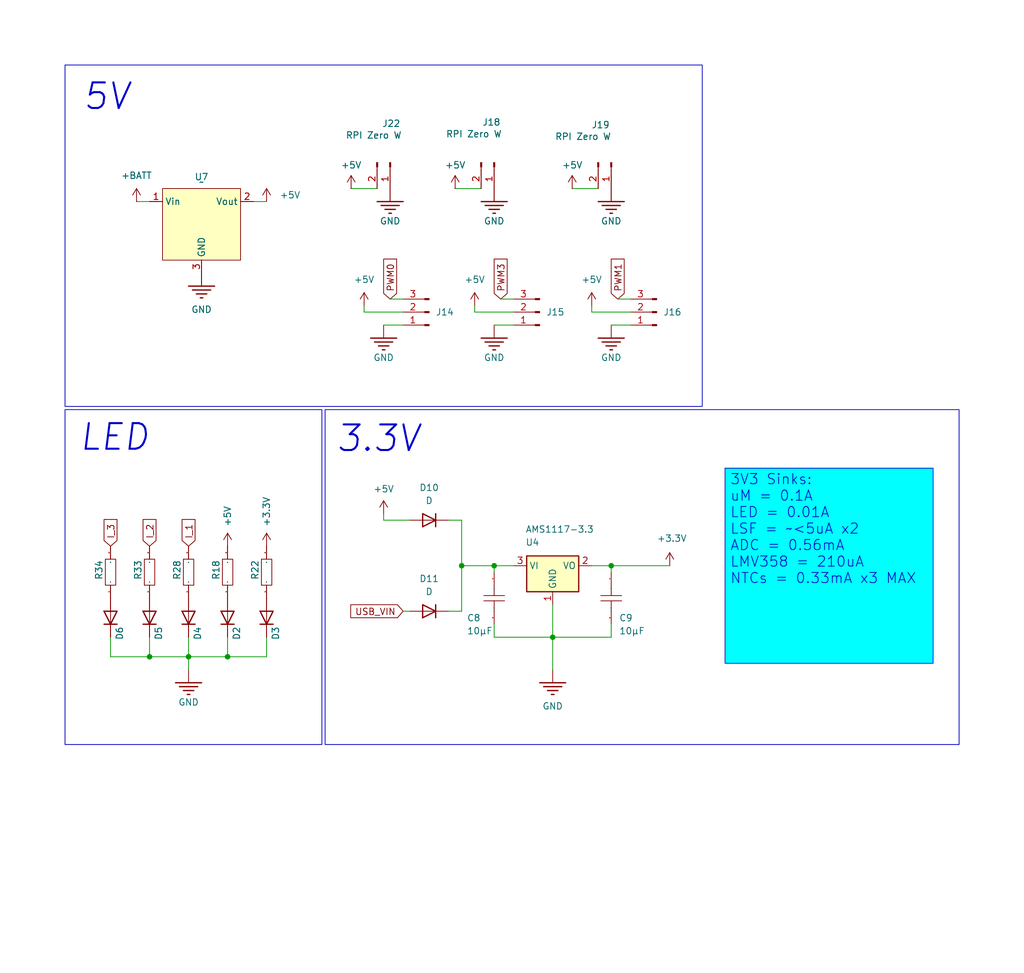
<source format=kicad_sch>
(kicad_sch (version 20250114) (generator "eeschema") (generator_version "9.0")
  (paper "User" 200 190)
  (lib_symbols
    (symbol "Connector:Conn_01x02_Pin" (pin_names (offset 1.016) (hide yes))
      (property "Reference" "J" (at 0 2.54 0))
      (property "Value" "Conn_01x02_Pin" (at 0 -5.08 0))
      (symbol "Conn_01x02_Pin_1_1"
        (rectangle (start 0.8636 0.127) (end 0 -0.127) (stroke (width 0.1524)) (fill (type outline)))
        (rectangle (start 0.8636 -2.413) (end 0 -2.667) (stroke (width 0.1524)) (fill (type outline)))
        (polyline (pts (xy 1.27 0) (xy 0.8636 0)) (stroke (width 0.1524)))
        (polyline (pts (xy 1.27 -2.54) (xy 0.8636 -2.54)) (stroke (width 0.1524)))
        (pin passive line (at 5.08 0 180) (length 3.81) (name "Pin_1") (number "1"))
        (pin passive line (at 5.08 -2.54 180) (length 3.81) (name "Pin_2") (number "2"))
      )
    )
    (symbol "Connector:Conn_01x03_Pin" (pin_names (offset 1.016) (hide yes))
      (property "Reference" "J" (at 0 5.08 0))
      (property "Value" "Conn_01x03_Pin" (at 0 -5.08 0))
      (symbol "Conn_01x03_Pin_1_1"
        (rectangle (start 0.8636 2.667) (end 0 2.413) (stroke (width 0.1524)) (fill (type outline)))
        (rectangle (start 0.8636 0.127) (end 0 -0.127) (stroke (width 0.1524)) (fill (type outline)))
        (rectangle (start 0.8636 -2.413) (end 0 -2.667) (stroke (width 0.1524)) (fill (type outline)))
        (polyline (pts (xy 1.27 2.54) (xy 0.8636 2.54)) (stroke (width 0.1524)))
        (polyline (pts (xy 1.27 0) (xy 0.8636 0)) (stroke (width 0.1524)))
        (polyline (pts (xy 1.27 -2.54) (xy 0.8636 -2.54)) (stroke (width 0.1524)))
        (pin passive line (at 5.08 2.54 180) (length 3.81) (name "Pin_1") (number "1"))
        (pin passive line (at 5.08 0 180) (length 3.81) (name "Pin_2") (number "2"))
        (pin passive line (at 5.08 -2.54 180) (length 3.81) (name "Pin_3") (number "3"))
      )
    )
    (symbol "Device:D" (pin_numbers (hide yes)) (pin_names (offset 1.016) (hide yes))
      (property "Reference" "D" (at 0 2.54 0))
      (property "Value" "D" (at 0 -2.54 0))
      (symbol "D_0_1"
        (polyline (pts (xy -1.27 1.27) (xy -1.27 -1.27)) (stroke (width 0.254)))
        (polyline (pts (xy 1.27 1.27) (xy 1.27 -1.27) (xy -1.27 0) (xy 1.27 1.27)) (stroke (width 0.254)))
        (polyline (pts (xy 1.27 0) (xy -1.27 0)))
      )
      (symbol "D_1_1"
        (pin passive line (at -3.81 0 0) (length 2.54) (name "K") (number "1"))
        (pin passive line (at 3.81 0 180) (length 2.54) (name "A") (number "2"))
      )
    )
    (symbol "Regulator_Linear:AMS1117-3.3"
      (property "Reference" "U" (at -3.81 3.175 0))
      (property "Value" "AMS1117-3.3" (at 0 3.175 0))
      (symbol "AMS1117-3.3_0_1"
        (rectangle (start -5.08 -5.08) (end 5.08 1.905) (stroke (width 0.254)) (fill (type background)))
      )
      (symbol "AMS1117-3.3_1_1"
        (pin power_in line (at -7.62 0 0) (length 2.54) (name "VI") (number "3"))
        (pin power_in line (at 0 -7.62 90) (length 2.54) (name "GND") (number "1"))
        (pin power_out line (at 7.62 0 180) (length 2.54) (name "VO") (number "2"))
      )
    )
    (symbol "SJSU_common:5VBuckModule"
      (property "Reference" "U" (at 0 7.62 0))
      (symbol "5VBuckModule_0_1"
        (rectangle (start -7.62 6.35) (end 7.62 -7.62) (fill (type background)))
      )
      (symbol "5VBuckModule_1_1"
        (pin input line (at -10.16 3.81 0) (length 2.54) (name "Vin") (number "1"))
        (pin input line (at 0 -10.16 90) (length 2.54) (name "GND") (number "3"))
        (pin output line (at 10.16 3.81 180) (length 2.54) (name "Vout") (number "2"))
      )
    )
    (symbol "finalhand-easyedapro:CAP"
      (symbol "CAP_1_0"
        (polyline (pts (xy -2.54 0) (xy -0.508 0)))
        (polyline (pts (xy -0.508 -2.032) (xy -0.508 2.032)))
        (polyline (pts (xy 0.508 2.032) (xy 0.508 -2.032)))
        (polyline (pts (xy 0.508 0) (xy 2.54 0)))
        (pin input line (at -5.08 0 0) (length 2.54) (name "2") (number "2"))
        (pin input line (at 5.08 0 180) (length 2.54) (name "1") (number "1"))
      )
    )
    (symbol "finalhand-easyedapro:Ground-GND" (power) (pin_numbers (hide yes)) (pin_names (hide yes))
      (property "Value" "GND" (at 0 -6.35 0))
      (symbol "Ground-GND_1_0"
        (polyline (pts (xy -2.54 -2.54) (xy 2.54 -2.54)) (stroke (width 0.254)))
        (polyline (pts (xy -1.778 -3.302) (xy 1.778 -3.302)) (stroke (width 0.254)))
        (polyline (pts (xy -1.016 -4.064) (xy 1.016 -4.064)) (stroke (width 0.254)))
        (polyline (pts (xy -0.254 -4.826) (xy 0.254 -4.826)) (stroke (width 0.254)))
        (pin power_in line (at 0 0 270) (length 2.54) (name "") (number "1"))
      )
    )
    (symbol "finalhand-easyedapro:Res"
      (symbol "Res_1_0"
        (rectangle (start -2.54 1.016) (end 2.54 -1.016))
        (pin input line (at -5.08 0 0) (length 2.54) (name "1") (number "1"))
        (pin input line (at 5.08 0 180) (length 2.54) (name "2") (number "2"))
      )
    )
    (symbol "power:+3.3V" (power) (pin_numbers (hide yes)) (pin_names (offset 0) (hide yes))
      (property "Value" "+3.3V" (at 0 3.556 0))
      (symbol "+3.3V_0_1"
        (polyline (pts (xy -0.762 1.27) (xy 0 2.54)))
        (polyline (pts (xy 0 2.54) (xy 0.762 1.27)))
        (polyline (pts (xy 0 0) (xy 0 2.54)))
      )
      (symbol "+3.3V_1_1"
        (pin power_in line (at 0 0 90) (length 0) (name "~") (number "1"))
      )
    )
    (symbol "power:+5V" (power) (pin_numbers (hide yes)) (pin_names (offset 0) (hide yes))
      (property "Value" "+5V" (at 0 3.556 0))
      (symbol "+5V_0_1"
        (polyline (pts (xy -0.762 1.27) (xy 0 2.54)))
        (polyline (pts (xy 0 2.54) (xy 0.762 1.27)))
        (polyline (pts (xy 0 0) (xy 0 2.54)))
      )
      (symbol "+5V_1_1"
        (pin power_in line (at 0 0 90) (length 0) (name "~") (number "1"))
      )
    )
    (symbol "power:+BATT" (power) (pin_numbers (hide yes)) (pin_names (offset 0) (hide yes))
      (property "Value" "+BATT" (at 0 3.556 0))
      (symbol "+BATT_0_1"
        (polyline (pts (xy -0.762 1.27) (xy 0 2.54)))
        (polyline (pts (xy 0 2.54) (xy 0.762 1.27)))
        (polyline (pts (xy 0 0) (xy 0 2.54)))
      )
      (symbol "+BATT_1_1"
        (pin power_in line (at 0 0 90) (length 0) (name "~") (number "1"))
      )
    )
  )
  (rectangle (start 63.5 80.01) (end 187.325 145.415))
  (rectangle (start 12.7 80.01) (end 62.865 145.415))
  (rectangle (start 12.7 12.7) (end 137.16 79.375))
  (text "3.3V" (at 73.914 85.852 0) (effects (font (size 5 5) (thickness 0.4) (bold yes) (italic yes))))
  (text "LED" (at 22.352 85.598 0) (effects (font (size 5 5) (thickness 0.4) (bold yes) (italic yes))))
  (text "5V" (at 20.828 19.05 0) (effects (font (size 5 5) (thickness 0.4) (bold yes) (italic yes))))
  (text_box "3V3 Sinks:\nuM = 0.1A\nLED = 0.01A\nLSF = ~<5uA x2\nADC = 0.56mA\nLMV358 = 210uA\nNTCs = 0.33mA x3 MAX" (at 141.605 91.44 0) (size 40.64 38.1) (margins 0.9525 0.9525 0.9525 0.9525) (fill (type color) (color 0 255 255 1)) (effects (font (size 2 2)) (justify left top)))
  (junction (at 44.45 128.27))
  (junction (at 36.83 128.27))
  (junction (at 96.52 110.49))
  (junction (at 90.17 110.49))
  (junction (at 119.38 110.49))
  (junction (at 29.21 128.27))
  (junction (at 107.95 124.46))
  (wire (pts (xy 119.38 63.5) (xy 123.19 63.5)))
  (wire (pts (xy 80.01 101.6) (xy 74.93 101.6)))
  (wire (pts (xy 115.57 59.69) (xy 115.57 60.96)))
  (wire (pts (xy 44.45 128.27) (xy 36.83 128.27)))
  (wire (pts (xy 90.17 101.6) (xy 90.17 110.49)))
  (wire (pts (xy 120.65 58.42) (xy 123.19 58.42)))
  (wire (pts (xy 71.12 59.69) (xy 71.12 60.96)))
  (wire (pts (xy 107.95 124.46) (xy 107.95 130.81)))
  (wire (pts (xy 52.07 128.27) (xy 44.45 128.27)))
  (wire (pts (xy 80.01 119.38) (xy 78.74 119.38)))
  (wire (pts (xy 97.79 58.42) (xy 100.33 58.42)))
  (wire (pts (xy 119.38 124.46) (xy 119.38 121.92)))
  (wire (pts (xy 29.21 128.27) (xy 36.83 128.27)))
  (wire (pts (xy 74.93 63.5) (xy 78.74 63.5)))
  (wire (pts (xy 21.59 124.46) (xy 21.59 128.27)))
  (wire (pts (xy 96.52 63.5) (xy 100.33 63.5)))
  (wire (pts (xy 119.38 110.49) (xy 130.81 110.49)))
  (wire (pts (xy 92.71 59.69) (xy 92.71 60.96)))
  (wire (pts (xy 88.9 36.83) (xy 93.98 36.83)))
  (wire (pts (xy 111.76 36.83) (xy 116.84 36.83)))
  (wire (pts (xy 96.52 121.92) (xy 96.52 124.46)))
  (wire (pts (xy 115.57 60.96) (xy 123.19 60.96)))
  (wire (pts (xy 96.52 110.49) (xy 96.52 111.76)))
  (wire (pts (xy 29.21 128.27) (xy 21.59 128.27)))
  (wire (pts (xy 96.52 124.46) (xy 107.95 124.46)))
  (wire (pts (xy 119.38 110.49) (xy 119.38 111.76)))
  (wire (pts (xy 52.07 39.37) (xy 49.53 39.37)))
  (wire (pts (xy 87.63 101.6) (xy 90.17 101.6)))
  (wire (pts (xy 36.83 124.46) (xy 36.83 128.27)))
  (wire (pts (xy 90.17 119.38) (xy 87.63 119.38)))
  (wire (pts (xy 36.83 130.81) (xy 36.83 128.27)))
  (wire (pts (xy 76.2 58.42) (xy 78.74 58.42)))
  (wire (pts (xy 44.45 124.46) (xy 44.45 128.27)))
  (wire (pts (xy 107.95 118.11) (xy 107.95 124.46)))
  (wire (pts (xy 74.93 101.6) (xy 74.93 100.33)))
  (wire (pts (xy 107.95 124.46) (xy 119.38 124.46)))
  (wire (pts (xy 71.12 60.96) (xy 78.74 60.96)))
  (wire (pts (xy 52.07 124.46) (xy 52.07 128.27)))
  (wire (pts (xy 92.71 60.96) (xy 100.33 60.96)))
  (wire (pts (xy 96.52 110.49) (xy 100.33 110.49)))
  (wire (pts (xy 68.58 36.83) (xy 73.66 36.83)))
  (wire (pts (xy 29.21 128.27) (xy 29.21 124.46)))
  (wire (pts (xy 90.17 110.49) (xy 96.52 110.49)))
  (wire (pts (xy 115.57 110.49) (xy 119.38 110.49)))
  (wire (pts (xy 90.17 110.49) (xy 90.17 119.38)))
  (wire (pts (xy 26.67 39.37) (xy 29.21 39.37)))
  (global_label "USB_VIN" (shape input) (at 78.74 119.38 180) (property "Intersheetrefs" "${INTERSHEET_REFS}" (effects (hide yes))))
  (global_label "PWM1" (shape input) (at 120.65 58.42 90) (property "Intersheetrefs" "${INTERSHEET_REFS}" (effects (hide yes))))
  (global_label "I_1" (shape input) (at 36.83 106.68 90) (property "Intersheetrefs" "${INTERSHEET_REFS}" (effects (hide yes))))
  (global_label "PWM3" (shape input) (at 97.79 58.42 90) (property "Intersheetrefs" "${INTERSHEET_REFS}" (effects (hide yes))))
  (global_label "PWM0" (shape input) (at 76.2 58.42 90) (property "Intersheetrefs" "${INTERSHEET_REFS}" (effects (hide yes))))
  (global_label "I_3" (shape input) (at 21.59 106.68 90) (property "Intersheetrefs" "${INTERSHEET_REFS}" (effects (hide yes))))
  (global_label "I_2" (shape input) (at 29.21 106.68 90) (property "Intersheetrefs" "${INTERSHEET_REFS}" (effects (hide yes))))
  (symbol (lib_id "power:+5V") (at 52.07 39.37 0) (unit 1)
    (property "Reference" "#PWR052" (effects (hide yes)))
    (property "Value" "+5V" (at 54.61 38.0999 0) (effects (justify left)))
    (property "Description" "Power symbol creates a global label with name \"+5V\"" (effects (hide yes)))
  )
  (symbol (lib_id "finalhand-easyedapro:Res") (at 44.45 111.76 90) (unit 1)
    (property "Reference" "R18" (at 42.926 113.284 0) (effects (justify left bottom)))
    (property "Value" "TBD" (effects (hide yes)))
    (property "Footprint" "Resistor_SMD:R_0603_1608Metric" (effects (hide yes)))
  )
  (symbol (lib_id "finalhand-easyedapro:Res") (at 21.59 111.76 90) (unit 1)
    (property "Reference" "R34" (at 20.066 113.284 0) (effects (justify left bottom)))
    (property "Value" "TBD" (effects (hide yes)))
    (property "Footprint" "Resistor_SMD:R_0603_1608Metric" (effects (hide yes)))
  )
  (symbol (lib_id "Device:D") (at 21.59 120.65 90) (unit 1)
    (property "Reference" "D6" (at 23.368 123.698 0))
    (property "Value" "D" (effects (hide yes)))
    (property "Footprint" "Diode_SMD:D_0603_1608Metric" (effects (hide yes)))
    (property "Description" "Diode" (effects (hide yes)))
    (property "Sim.Device" "D" (effects (hide yes)))
    (property "Sim.Pins" "1=K 2=A" (effects (hide yes)))
  )
  (symbol (lib_id "power:+5V") (at 44.45 106.68 0) (unit 1)
    (property "Reference" "#PWR057" (effects (hide yes)))
    (property "Value" "+5V" (at 44.4501 102.87 90) (effects (justify left)))
    (property "Description" "Power symbol creates a global label with name \"+5V\"" (effects (hide yes)))
  )
  (symbol (lib_id "power:+BATT") (at 26.67 39.37 0) (unit 1)
    (property "Reference" "#PWR084" (effects (hide yes)))
    (property "Value" "+BATT" (at 26.67 34.29 0))
    (property "Description" "Power symbol creates a global label with name \"+BATT\"" (effects (hide yes)))
  )
  (symbol (lib_id "finalhand-easyedapro:Ground-GND") (at 39.37 53.34 0) (unit 1)
    (property "Reference" "#PWR053" (effects (hide yes)))
    (property "Value" "GND" (at 39.37 60.452 0))
    (property "Footprint" "finalhand-easyedapro:" (effects (hide yes)))
    (property "Description" "Power symbol creates a global label with name 'GND'" (effects (hide yes)))
  )
  (symbol (lib_id "finalhand-easyedapro:Ground-GND") (at 74.93 63.5 0) (unit 1)
    (property "Reference" "#PWR069" (effects (hide yes)))
    (property "Value" "GND" (at 74.93 69.85 0))
    (property "Footprint" "finalhand-easyedapro:" (effects (hide yes)))
    (property "Description" "Power symbol creates a global label with name 'GND'" (effects (hide yes)))
  )
  (symbol (lib_id "power:+5V") (at 88.9 36.83 0) (unit 1)
    (property "Reference" "#PWR0104" (effects (hide yes)))
    (property "Value" "+5V" (at 86.868 32.258 0) (effects (justify left)))
    (property "Description" "Power symbol creates a global label with name \"+5V\"" (effects (hide yes)))
  )
  (symbol (lib_id "finalhand-easyedapro:Res") (at 52.07 111.76 90) (unit 1)
    (property "Reference" "R22" (at 50.546 113.284 0) (effects (justify left bottom)))
    (property "Value" "TBD" (effects (hide yes)))
    (property "Footprint" "Resistor_SMD:R_0603_1608Metric" (effects (hide yes)))
  )
  (symbol (lib_id "finalhand-easyedapro:Res") (at 36.83 111.76 90) (unit 1)
    (property "Reference" "R28" (at 35.306 113.284 0) (effects (justify left bottom)))
    (property "Value" "TBD" (effects (hide yes)))
    (property "Footprint" "Resistor_SMD:R_0603_1608Metric" (effects (hide yes)))
  )
  (symbol (lib_id "Regulator_Linear:AMS1117-3.3") (at 107.95 110.49 0) (unit 1)
    (property "Reference" "U4" (at 102.616 105.918 0) (effects (justify left)))
    (property "Value" "AMS1117-3.3" (at 102.616 103.378 0) (effects (justify left)))
    (property "Footprint" "Package_TO_SOT_SMD:SOT-223-3_TabPin2" (effects (hide yes)))
    (property "Datasheet" "http://www.advanced-monolithic.com/pdf/ds1117.pdf" (effects (hide yes)))
    (property "Description" "1A Low Dropout regulator, positive, 3.3V fixed output, SOT-223" (effects (hide yes)))
  )
  (symbol (lib_id "finalhand-easyedapro:CAP") (at 119.38 116.84 90) (unit 1)
    (property "Reference" "C9" (at 120.904 121.412 90) (effects (justify right top)))
    (property "Value" "10µF" (at 120.904 123.952 90) (effects (justify right top)))
    (property "Footprint" "Capacitor_SMD:C_0603_1608Metric" (effects (hide yes)))
  )
  (symbol (lib_id "Connector:Conn_01x03_Pin") (at 83.82 60.96 180) (unit 1)
    (property "Reference" "J14" (at 85.09 60.9599 0) (effects (justify right)))
    (property "Value" "Conn_01x03_Pin" (effects (hide yes)))
    (property "Footprint" "SJSU_common:Pluggable_Terminal_2.54mm_3P_Vertical" (effects (hide yes)))
    (property "Description" "Generic connector, single row, 01x03, script generated" (effects (hide yes)))
  )
  (symbol (lib_id "Device:D") (at 52.07 120.65 90) (unit 1)
    (property "Reference" "D3" (at 53.848 123.698 0))
    (property "Value" "D" (effects (hide yes)))
    (property "Footprint" "Diode_SMD:D_0603_1608Metric" (effects (hide yes)))
    (property "Description" "Diode" (effects (hide yes)))
    (property "Sim.Device" "D" (effects (hide yes)))
    (property "Sim.Pins" "1=K 2=A" (effects (hide yes)))
  )
  (symbol (lib_id "power:+3.3V") (at 52.07 106.68 0) (unit 1)
    (property "Reference" "#PWR063" (effects (hide yes)))
    (property "Value" "+3.3V" (at 52.0701 102.87 90) (effects (justify left)))
    (property "Description" "Power symbol creates a global label with name \"+3.3V\"" (effects (hide yes)))
  )
  (symbol (lib_id "Device:D") (at 44.45 120.65 90) (unit 1)
    (property "Reference" "D2" (at 46.228 123.698 0))
    (property "Value" "D" (effects (hide yes)))
    (property "Footprint" "Diode_SMD:D_0603_1608Metric" (effects (hide yes)))
    (property "Description" "Diode" (effects (hide yes)))
    (property "Sim.Device" "D" (effects (hide yes)))
    (property "Sim.Pins" "1=K 2=A" (effects (hide yes)))
  )
  (symbol (lib_id "power:+5V") (at 111.76 36.83 0) (unit 1)
    (property "Reference" "#PWR0112" (effects (hide yes)))
    (property "Value" "+5V" (at 109.728 32.258 0) (effects (justify left)))
    (property "Description" "Power symbol creates a global label with name \"+5V\"" (effects (hide yes)))
  )
  (symbol (lib_id "power:+5V") (at 68.58 36.83 0) (unit 1)
    (property "Reference" "#PWR0102" (effects (hide yes)))
    (property "Value" "+5V" (at 66.548 32.258 0) (effects (justify left)))
    (property "Description" "Power symbol creates a global label with name \"+5V\"" (effects (hide yes)))
  )
  (symbol (lib_id "finalhand-easyedapro:Ground-GND") (at 36.83 130.81 0) (unit 1)
    (property "Reference" "#PWR090" (effects (hide yes)))
    (property "Value" "GND" (at 36.83 137.16 0))
    (property "Footprint" "finalhand-easyedapro:" (effects (hide yes)))
    (property "Description" "Power symbol creates a global label with name 'GND'" (effects (hide yes)))
  )
  (symbol (lib_id "power:+5V") (at 115.57 59.69 0) (unit 1)
    (property "Reference" "#PWR0115" (effects (hide yes)))
    (property "Value" "+5V" (at 115.57 54.61 0))
    (property "Description" "Power symbol creates a global label with name \"+5V\"" (effects (hide yes)))
  )
  (symbol (lib_id "Connector:Conn_01x02_Pin") (at 76.2 31.75 270) (unit 1)
    (property "Reference" "J22" (at 78.232 24.13 90) (effects (justify right)))
    (property "Value" "RPI Zero W" (at 78.486 26.416 90) (effects (justify right)))
    (property "Footprint" "SJSU_common:Pluggable_Terminal_2.54mm_2P_Vertical" (effects (hide yes)))
    (property "Description" "Generic connector, single row, 01x02, script generated" (effects (hide yes)))
  )
  (symbol (lib_id "power:+5V") (at 71.12 59.69 0) (unit 1)
    (property "Reference" "#PWR074" (effects (hide yes)))
    (property "Value" "+5V" (at 71.12 54.61 0))
    (property "Description" "Power symbol creates a global label with name \"+5V\"" (effects (hide yes)))
  )
  (symbol (lib_id "finalhand-easyedapro:Ground-GND") (at 107.95 130.81 0) (unit 1)
    (property "Reference" "#PWR024" (effects (hide yes)))
    (property "Value" "GND" (at 107.95 137.922 0))
    (property "Footprint" "finalhand-easyedapro:" (effects (hide yes)))
    (property "Description" "Power symbol creates a global label with name 'GND'" (effects (hide yes)))
  )
  (symbol (lib_id "finalhand-easyedapro:CAP") (at 96.52 116.84 90) (unit 1)
    (property "Reference" "C8" (at 91.186 121.412 90) (effects (justify right top)))
    (property "Value" "10µF" (at 91.186 123.952 90) (effects (justify right top)))
    (property "Footprint" "Capacitor_SMD:C_0603_1608Metric" (effects (hide yes)))
  )
  (symbol (lib_id "power:+3.3V") (at 130.81 110.49 0) (unit 1)
    (property "Reference" "#PWR058" (effects (hide yes)))
    (property "Value" "+3.3V" (at 128.27 105.156 0) (effects (justify left)))
    (property "Description" "Power symbol creates a global label with name \"+3.3V\"" (effects (hide yes)))
  )
  (symbol (lib_id "finalhand-easyedapro:Ground-GND") (at 96.52 36.83 0) (unit 1)
    (property "Reference" "#PWR0105" (effects (hide yes)))
    (property "Value" "GND" (at 96.52 43.18 0))
    (property "Footprint" "finalhand-easyedapro:" (effects (hide yes)))
    (property "Description" "Power symbol creates a global label with name 'GND'" (effects (hide yes)))
  )
  (symbol (lib_id "Device:D") (at 83.82 119.38 180) (unit 1)
    (property "Reference" "D11" (at 83.82 113.03 0))
    (property "Value" "D" (at 83.82 115.57 0))
    (property "Footprint" "SJSU_common:DO-221AC" (effects (hide yes)))
    (property "Description" "Diode" (effects (hide yes)))
    (property "Sim.Device" "D" (effects (hide yes)))
    (property "Sim.Pins" "1=K 2=A" (effects (hide yes)))
  )
  (symbol (lib_id "finalhand-easyedapro:Res") (at 29.21 111.76 90) (unit 1)
    (property "Reference" "R33" (at 27.686 113.284 0) (effects (justify left bottom)))
    (property "Value" "TBD" (effects (hide yes)))
    (property "Footprint" "Resistor_SMD:R_0603_1608Metric" (effects (hide yes)))
  )
  (symbol (lib_id "Device:D") (at 36.83 120.65 90) (unit 1)
    (property "Reference" "D4" (at 38.608 123.698 0))
    (property "Value" "D" (effects (hide yes)))
    (property "Footprint" "Diode_SMD:D_0603_1608Metric" (effects (hide yes)))
    (property "Description" "Diode" (effects (hide yes)))
    (property "Sim.Device" "D" (effects (hide yes)))
    (property "Sim.Pins" "1=K 2=A" (effects (hide yes)))
  )
  (symbol (lib_id "finalhand-easyedapro:Ground-GND") (at 119.38 63.5 0) (unit 1)
    (property "Reference" "#PWR0116" (effects (hide yes)))
    (property "Value" "GND" (at 119.38 69.85 0))
    (property "Footprint" "finalhand-easyedapro:" (effects (hide yes)))
    (property "Description" "Power symbol creates a global label with name 'GND'" (effects (hide yes)))
  )
  (symbol (lib_id "Connector:Conn_01x02_Pin") (at 119.38 31.75 270) (unit 1)
    (property "Reference" "J19" (at 119.126 24.384 90) (effects (justify right)))
    (property "Value" "RPI Zero W" (at 119.38 26.67 90) (effects (justify right)))
    (property "Footprint" "SJSU_common:Pluggable_Terminal_2.54mm_2P_Vertical" (effects (hide yes)))
    (property "Description" "Generic connector, single row, 01x02, script generated" (effects (hide yes)))
  )
  (symbol (lib_id "SJSU_common:5VBuckModule") (at 39.37 43.18 0) (unit 1)
    (property "Reference" "U7" (at 39.37 34.544 0))
    (property "Value" "~" (at 39.37 35.56 0))
    (property "Footprint" "SJSU_common:5VBuckModule" (effects (hide yes)))
  )
  (symbol (lib_id "power:+5V") (at 74.93 100.33 0) (unit 1)
    (property "Reference" "#PWR023" (effects (hide yes)))
    (property "Value" "+5V" (at 72.898 95.504 0) (effects (justify left)))
    (property "Description" "Power symbol creates a global label with name \"+5V\"" (effects (hide yes)))
  )
  (symbol (lib_id "Connector:Conn_01x02_Pin") (at 96.52 31.75 270) (unit 1)
    (property "Reference" "J18" (at 97.79 23.876 90) (effects (justify right)))
    (property "Value" "RPI Zero W" (at 98.044 26.162 90) (effects (justify right)))
    (property "Footprint" "SJSU_common:Pluggable_Terminal_2.54mm_2P_Vertical" (effects (hide yes)))
    (property "Description" "Generic connector, single row, 01x02, script generated" (effects (hide yes)))
  )
  (symbol (lib_id "finalhand-easyedapro:Ground-GND") (at 76.2 36.83 0) (unit 1)
    (property "Reference" "#PWR0103" (effects (hide yes)))
    (property "Value" "GND" (at 76.2 43.18 0))
    (property "Footprint" "finalhand-easyedapro:" (effects (hide yes)))
    (property "Description" "Power symbol creates a global label with name 'GND'" (effects (hide yes)))
  )
  (symbol (lib_id "finalhand-easyedapro:Ground-GND") (at 119.38 36.83 0) (unit 1)
    (property "Reference" "#PWR0113" (effects (hide yes)))
    (property "Value" "GND" (at 119.38 43.18 0))
    (property "Footprint" "finalhand-easyedapro:" (effects (hide yes)))
    (property "Description" "Power symbol creates a global label with name 'GND'" (effects (hide yes)))
  )
  (symbol (lib_id "Connector:Conn_01x03_Pin") (at 128.27 60.96 180) (unit 1)
    (property "Reference" "J16" (at 129.54 60.9599 0) (effects (justify right)))
    (property "Value" "Conn_01x03_Pin" (effects (hide yes)))
    (property "Footprint" "SJSU_common:Pluggable_Terminal_2.54mm_3P_Vertical" (effects (hide yes)))
    (property "Description" "Generic connector, single row, 01x03, script generated" (effects (hide yes)))
  )
  (symbol (lib_id "Connector:Conn_01x03_Pin") (at 105.41 60.96 180) (unit 1)
    (property "Reference" "J15" (at 106.68 60.9599 0) (effects (justify right)))
    (property "Value" "Conn_01x03_Pin" (effects (hide yes)))
    (property "Footprint" "SJSU_common:Pluggable_Terminal_2.54mm_3P_Vertical" (effects (hide yes)))
    (property "Description" "Generic connector, single row, 01x03, script generated" (effects (hide yes)))
  )
  (symbol (lib_id "finalhand-easyedapro:Ground-GND") (at 96.52 63.5 0) (unit 1)
    (property "Reference" "#PWR078" (effects (hide yes)))
    (property "Value" "GND" (at 96.52 69.85 0))
    (property "Footprint" "finalhand-easyedapro:" (effects (hide yes)))
    (property "Description" "Power symbol creates a global label with name 'GND'" (effects (hide yes)))
  )
  (symbol (lib_id "Device:D") (at 29.21 120.65 90) (unit 1)
    (property "Reference" "D5" (at 30.988 123.698 0))
    (property "Value" "D" (effects (hide yes)))
    (property "Footprint" "Diode_SMD:D_0603_1608Metric" (effects (hide yes)))
    (property "Description" "Diode" (effects (hide yes)))
    (property "Sim.Device" "D" (effects (hide yes)))
    (property "Sim.Pins" "1=K 2=A" (effects (hide yes)))
  )
  (symbol (lib_id "power:+5V") (at 92.71 59.69 0) (unit 1)
    (property "Reference" "#PWR075" (effects (hide yes)))
    (property "Value" "+5V" (at 92.71 54.61 0))
    (property "Description" "Power symbol creates a global label with name \"+5V\"" (effects (hide yes)))
  )
  (symbol (lib_id "Device:D") (at 83.82 101.6 180) (unit 1)
    (property "Reference" "D10" (at 83.82 95.25 0))
    (property "Value" "D" (at 83.82 97.79 0))
    (property "Footprint" "SJSU_common:DO-221AC" (effects (hide yes)))
    (property "Description" "Diode" (effects (hide yes)))
    (property "Sim.Device" "D" (effects (hide yes)))
    (property "Sim.Pins" "1=K 2=A" (effects (hide yes)))
  )
)
</source>
